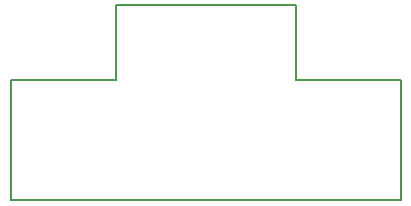
<source format=gko>
G04 #@! TF.GenerationSoftware,KiCad,Pcbnew,5.0.0-fee4fd1~65~ubuntu17.10.1*
G04 #@! TF.CreationDate,2018-08-22T05:20:38-04:00*
G04 #@! TF.ProjectId,alarm-switch,616C61726D2D7377697463682E6B6963,rev?*
G04 #@! TF.SameCoordinates,Original*
G04 #@! TF.FileFunction,Profile,NP*
%FSLAX46Y46*%
G04 Gerber Fmt 4.6, Leading zero omitted, Abs format (unit mm)*
G04 Created by KiCad (PCBNEW 5.0.0-fee4fd1~65~ubuntu17.10.1) date Wed Aug 22 05:20:38 2018*
%MOMM*%
%LPD*%
G01*
G04 APERTURE LIST*
%ADD10C,0.150000*%
G04 APERTURE END LIST*
D10*
X107315000Y-98425000D02*
X107315000Y-108585000D01*
X116205000Y-98425000D02*
X107315000Y-98425000D01*
X116205000Y-92075000D02*
X116205000Y-98425000D01*
X131445000Y-92075000D02*
X116205000Y-92075000D01*
X131445000Y-98425000D02*
X131445000Y-92075000D01*
X140335000Y-98425000D02*
X131445000Y-98425000D01*
X140335000Y-108585000D02*
X140335000Y-98425000D01*
X107315000Y-108585000D02*
X140335000Y-108585000D01*
M02*

</source>
